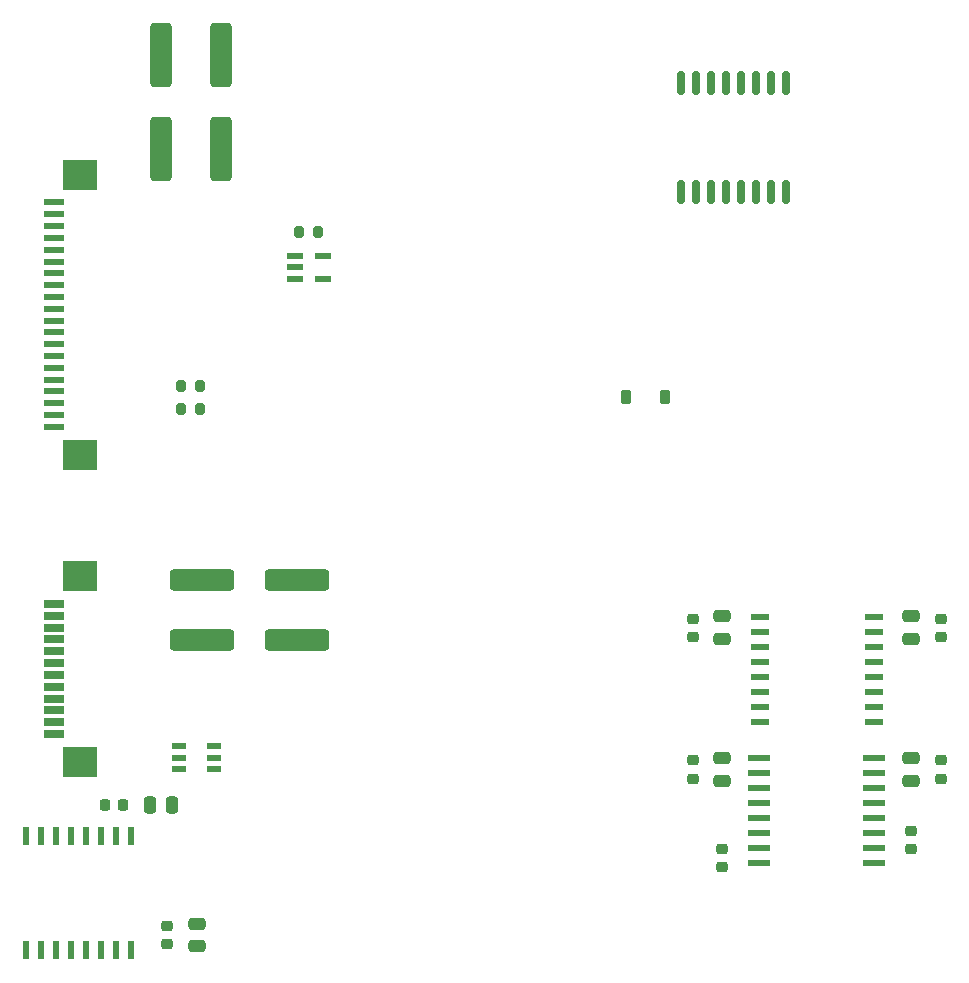
<source format=gbr>
%TF.GenerationSoftware,KiCad,Pcbnew,9.0.3*%
%TF.CreationDate,2025-09-01T08:56:01+03:00*%
%TF.ProjectId,PMCPU-LLP,504d4350-552d-44c4-9c50-2e6b69636164,rev?*%
%TF.SameCoordinates,Original*%
%TF.FileFunction,Paste,Top*%
%TF.FilePolarity,Positive*%
%FSLAX46Y46*%
G04 Gerber Fmt 4.6, Leading zero omitted, Abs format (unit mm)*
G04 Created by KiCad (PCBNEW 9.0.3) date 2025-09-01 08:56:01*
%MOMM*%
%LPD*%
G01*
G04 APERTURE LIST*
G04 Aperture macros list*
%AMRoundRect*
0 Rectangle with rounded corners*
0 $1 Rounding radius*
0 $2 $3 $4 $5 $6 $7 $8 $9 X,Y pos of 4 corners*
0 Add a 4 corners polygon primitive as box body*
4,1,4,$2,$3,$4,$5,$6,$7,$8,$9,$2,$3,0*
0 Add four circle primitives for the rounded corners*
1,1,$1+$1,$2,$3*
1,1,$1+$1,$4,$5*
1,1,$1+$1,$6,$7*
1,1,$1+$1,$8,$9*
0 Add four rect primitives between the rounded corners*
20,1,$1+$1,$2,$3,$4,$5,0*
20,1,$1+$1,$4,$5,$6,$7,0*
20,1,$1+$1,$6,$7,$8,$9,0*
20,1,$1+$1,$8,$9,$2,$3,0*%
G04 Aperture macros list end*
%ADD10RoundRect,0.225000X0.225000X0.375000X-0.225000X0.375000X-0.225000X-0.375000X0.225000X-0.375000X0*%
%ADD11R,1.181100X0.558800*%
%ADD12RoundRect,0.200000X0.200000X0.275000X-0.200000X0.275000X-0.200000X-0.275000X0.200000X-0.275000X0*%
%ADD13RoundRect,0.250000X-0.475000X0.250000X-0.475000X-0.250000X0.475000X-0.250000X0.475000X0.250000X0*%
%ADD14RoundRect,0.225000X-0.250000X0.225000X-0.250000X-0.225000X0.250000X-0.225000X0.250000X0.225000X0*%
%ADD15RoundRect,0.250000X-2.450000X0.650000X-2.450000X-0.650000X2.450000X-0.650000X2.450000X0.650000X0*%
%ADD16RoundRect,0.250000X0.650000X2.450000X-0.650000X2.450000X-0.650000X-2.450000X0.650000X-2.450000X0*%
%ADD17R,1.854200X0.482600*%
%ADD18R,0.482600X1.549400*%
%ADD19R,1.320800X0.558800*%
%ADD20R,1.803400X0.635000*%
%ADD21R,2.997200X2.590800*%
%ADD22RoundRect,0.250000X0.475000X-0.250000X0.475000X0.250000X-0.475000X0.250000X-0.475000X-0.250000X0*%
%ADD23RoundRect,0.250000X-0.250000X-0.475000X0.250000X-0.475000X0.250000X0.475000X-0.250000X0.475000X0*%
%ADD24R,1.800000X0.600000*%
%ADD25R,3.000000X2.600000*%
%ADD26RoundRect,0.225000X0.250000X-0.225000X0.250000X0.225000X-0.250000X0.225000X-0.250000X-0.225000X0*%
%ADD27R,1.549400X0.482600*%
%ADD28RoundRect,0.150000X0.150000X-0.875000X0.150000X0.875000X-0.150000X0.875000X-0.150000X-0.875000X0*%
%ADD29RoundRect,0.225000X0.225000X0.250000X-0.225000X0.250000X-0.225000X-0.250000X0.225000X-0.250000X0*%
G04 APERTURE END LIST*
D10*
%TO.C,D1*%
X15150000Y13000000D03*
X11850000Y13000000D03*
%TD*%
D11*
%TO.C,U7*%
X-23033150Y-18450001D03*
X-23033150Y-17500000D03*
X-23033150Y-16549999D03*
X-25966850Y-16549999D03*
X-25966850Y-17500000D03*
X-25966850Y-18450001D03*
%TD*%
D12*
%TO.C,R10*%
X-24175000Y14000000D03*
X-25825000Y14000000D03*
%TD*%
D13*
%TO.C,C4*%
X36000000Y-17550000D03*
X36000000Y-19450000D03*
%TD*%
D14*
%TO.C,C8*%
X36000000Y-23705000D03*
X36000000Y-25255000D03*
%TD*%
D15*
%TO.C,C3*%
X-24000000Y-2450000D03*
X-24000000Y-7550000D03*
%TD*%
D14*
%TO.C,C7*%
X38500000Y-17725000D03*
X38500000Y-19275000D03*
%TD*%
%TO.C,C15*%
X20000000Y-25225000D03*
X20000000Y-26775000D03*
%TD*%
D13*
%TO.C,C13*%
X20000000Y-17550000D03*
X20000000Y-19450000D03*
%TD*%
D16*
%TO.C,C6*%
X-22450000Y42000000D03*
X-27550000Y42000000D03*
%TD*%
D12*
%TO.C,R9*%
X-24175000Y12000000D03*
X-25825000Y12000000D03*
%TD*%
D17*
%TO.C,U5*%
X23123200Y-17555000D03*
X23123200Y-18825000D03*
X23123200Y-20095000D03*
X23123200Y-21365000D03*
X23123200Y-22635000D03*
X23123200Y-23905000D03*
X23123200Y-25175000D03*
X23123200Y-26445000D03*
X32876800Y-26445000D03*
X32876800Y-25175000D03*
X32876800Y-23905000D03*
X32876800Y-22635000D03*
X32876800Y-21365000D03*
X32876800Y-20095000D03*
X32876800Y-18825000D03*
X32876800Y-17555000D03*
%TD*%
D18*
%TO.C,U4*%
X-30055000Y-24174000D03*
X-31325000Y-24174000D03*
X-32595000Y-24174000D03*
X-33865000Y-24174000D03*
X-35135000Y-24174000D03*
X-36405000Y-24174000D03*
X-37675000Y-24174000D03*
X-38945000Y-24174000D03*
X-38945000Y-33826000D03*
X-37675000Y-33826000D03*
X-36405000Y-33826000D03*
X-35135000Y-33826000D03*
X-33865000Y-33826000D03*
X-32595000Y-33826000D03*
X-31325000Y-33826000D03*
X-30055000Y-33826000D03*
%TD*%
D19*
%TO.C,CR1*%
X-16193800Y24950001D03*
X-16193800Y24000000D03*
X-16193800Y23049999D03*
X-13806200Y23049999D03*
X-13806200Y24950001D03*
%TD*%
D20*
%TO.C,J7*%
X-36556000Y-15499992D03*
X-36556000Y-14499994D03*
X-36556000Y-13499996D03*
X-36556000Y-12499998D03*
X-36556000Y-11500000D03*
X-36556000Y-10500000D03*
X-36556000Y-9500000D03*
X-36556000Y-8500000D03*
X-36556000Y-7500002D03*
X-36556000Y-6500004D03*
X-36556000Y-5500006D03*
X-36556000Y-4500008D03*
D21*
X-34385999Y-17850003D03*
X-34385999Y-2149997D03*
%TD*%
D22*
%TO.C,C10*%
X-24500000Y-33450000D03*
X-24500000Y-31550000D03*
%TD*%
D23*
%TO.C,C12*%
X-28450000Y-21500000D03*
X-26550000Y-21500000D03*
%TD*%
D24*
%TO.C,JM1*%
X-36546000Y10500000D03*
X-36546000Y11500000D03*
X-36546000Y12500000D03*
X-36546000Y13500000D03*
X-36546000Y14500000D03*
X-36546000Y15500000D03*
X-36546000Y16500000D03*
X-36546000Y17500000D03*
X-36546000Y18500000D03*
X-36546000Y19500000D03*
X-36546000Y20500000D03*
X-36546000Y21500000D03*
X-36546000Y22500000D03*
X-36546000Y23500000D03*
X-36546000Y24500000D03*
X-36546000Y25500000D03*
X-36546000Y26500000D03*
X-36546000Y27500000D03*
X-36546000Y28500000D03*
X-36546000Y29500000D03*
D25*
X-34375000Y8150000D03*
X-34375000Y31850000D03*
%TD*%
D13*
%TO.C,C19*%
X20000000Y-5550000D03*
X20000000Y-7450000D03*
%TD*%
D26*
%TO.C,C9*%
X-27000000Y-33275000D03*
X-27000000Y-31725000D03*
%TD*%
D12*
%TO.C,R11*%
X-14175000Y27000000D03*
X-15825000Y27000000D03*
%TD*%
D16*
%TO.C,C5*%
X-22450000Y34000000D03*
X-27550000Y34000000D03*
%TD*%
D13*
%TO.C,C17*%
X36000000Y-5550000D03*
X36000000Y-7450000D03*
%TD*%
D15*
%TO.C,C2*%
X-16000000Y-2450000D03*
X-16000000Y-7550000D03*
%TD*%
D14*
%TO.C,C18*%
X17500000Y-5725000D03*
X17500000Y-7275000D03*
%TD*%
D27*
%TO.C,U8*%
X23174000Y-5555000D03*
X23174000Y-6825000D03*
X23174000Y-8095000D03*
X23174000Y-9365000D03*
X23174000Y-10635000D03*
X23174000Y-11905000D03*
X23174000Y-13175000D03*
X23174000Y-14445000D03*
X32826000Y-14445000D03*
X32826000Y-13175000D03*
X32826000Y-11905000D03*
X32826000Y-10635000D03*
X32826000Y-9365000D03*
X32826000Y-8095000D03*
X32826000Y-6825000D03*
X32826000Y-5555000D03*
%TD*%
D28*
%TO.C,U6*%
X16555000Y30350000D03*
X17825000Y30350000D03*
X19095000Y30350000D03*
X20365000Y30350000D03*
X21635000Y30350000D03*
X22905000Y30350000D03*
X24175000Y30350000D03*
X25445000Y30350000D03*
X25445000Y39650000D03*
X24175000Y39650000D03*
X22905000Y39650000D03*
X21635000Y39650000D03*
X20365000Y39650000D03*
X19095000Y39650000D03*
X17825000Y39650000D03*
X16555000Y39650000D03*
%TD*%
D14*
%TO.C,C14*%
X17500000Y-17725000D03*
X17500000Y-19275000D03*
%TD*%
D29*
%TO.C,C11*%
X-30725000Y-21500000D03*
X-32275000Y-21500000D03*
%TD*%
D14*
%TO.C,C16*%
X38500000Y-5725000D03*
X38500000Y-7275000D03*
%TD*%
M02*

</source>
